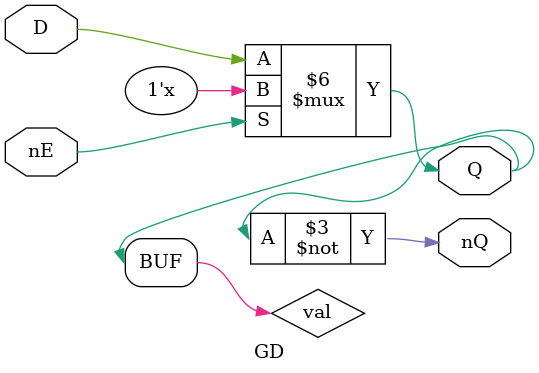
<source format=v>

module ula_not (  a, x);

	input wire a;
	output wire x;

	not (x, a);

endmodule // ula_not

module ula_nor (  a, b, x);

	input wire a;
	input wire b;
	output wire x;

	nor (x, a, b);

endmodule // ula_nor

module ula_nor3 (  b, a, c, x);

	input wire b;
	input wire a;
	input wire c;
	output wire x;

	nor (x, a, b, c);

endmodule // ula_nor3

module ula_nor4 (  a, b, c, d, x);

	input wire a;
	input wire b;
	input wire c;
	input wire d;
	output wire x;

	nor (x, a, b, c, d);

endmodule // ula_nor4

module ula_nor5 (  a, b, c, d, e, x);

	input wire a;
	input wire b;
	input wire c;
	input wire d;
	input wire e;
	output wire x;

	nor (x, a, b, c, d, e);

endmodule // ula_nor5

module ula_nor7 (  a, b, c, d, e, f, g, x);

	input wire a;
	input wire b;
	input wire c;
	input wire d;
	input wire e;
	input wire f;
	input wire g;
	output wire x;

	nor (x, a, b, c, d, e, f, g);

endmodule // ula_nor7

module ula_nor6 (  a, b, c, d, e, f, x);

	input wire a;
	input wire b;
	input wire c;
	input wire d;
	input wire e;
	input wire f;
	output wire x;

	nor (x, a, b, c, d, e, f);

endmodule // ula_nor6

module ula_pad_we_output (  pad, to_pad);

	output wire pad;
	input wire to_pad;

	assign pad = to_pad == 1'b0 ? to_pad : 1'bz;

endmodule // ula_pad_we_output

module ula_pad_rd_input (  pad, from_pad);

	input wire pad;
	output wire from_pad;

	assign from_pad = pad;

endmodule // ula_pad_rd_input

module ula_pad_wr_input (  pad, from_pad);

	input wire pad;
	output wire from_pad;

	assign from_pad = pad;

endmodule // ula_pad_wr_input

module ula_pad_cas_output (  pad, to_pad);

	output wire pad;
	input wire to_pad;

	assign pad = to_pad == 1'b0 ? to_pad : 1'bz;

endmodule // ula_pad_cas_output

module ula_pad_osc (  pad, from_pad);

	input wire pad;
	output wire from_pad;

	assign from_pad = pad;

endmodule // ula_pad_osc

module ula_pad_mreq_input (  pad, from_pad);

	input wire pad;
	output wire from_pad;

	assign from_pad = pad;

endmodule // ula_pad_mreq_input

module ula_pad_addr_input (  pad, from_pad);

	input wire pad;
	output wire from_pad;

	assign from_pad = pad;

endmodule // ula_pad_addr_input

module ula_pad_ras_output (  pad, n_oe, to_pad);

	output wire pad;
	input wire n_oe;
	input wire to_pad;

	assign pad = n_oe == 1'b0 ? to_pad : 1'bz;

endmodule // ula_pad_ras_output

module ula_pad_romcs_output (  pad, to_pad);

	output wire pad;
	input wire to_pad;

	assign pad = to_pad == 1'b0 ? to_pad : 1'bz;

endmodule // ula_pad_romcs_output

module ula_pad_ioreq_input (  pad, from_pad);

	input wire pad;
	output wire from_pad;

	assign from_pad = pad;

endmodule // ula_pad_ioreq_input

module ula_pad_phi_output (  pad, to_pad);

	output wire pad;
	input wire to_pad;

	// Inverting open-collector
	wire temp;
	assign temp = ~to_pad;
	assign pad = temp == 1'b0 ? temp : 1'bz;

endmodule // ula_pad_phi_output

module ula_pad_data_bidir (  pad, to_pad, from_pad);

	inout wire pad;
	input wire to_pad;
	output wire from_pad;

	assign pad = to_pad == 1'b0 ? to_pad : 1'bz;
	assign from_pad = pad;

endmodule // ula_pad_data_bidir

module ula_pad_data_input (  from_pad, pad);

	output wire from_pad;
	input wire pad;

	assign from_pad = pad;

endmodule // ula_pad_data_input

module ula_SoundDAC (  pad, from_pad, to_pad1, to_pad2);

	inout wire pad;
	output wire from_pad;
	input wire to_pad1;
	input wire to_pad2;

	assign from_pad = 1'b0;

endmodule // ula_SoundDAC

module ula_pad_kb_input (  pad, from_pad);

	input wire pad;
	output wire from_pad;

	assign from_pad = pad;

endmodule // ula_pad_kb_input

module ula_pad_kb_bidir (  pad, from_pad, to_pad);

	inout wire pad;
	output wire from_pad;
	input wire to_pad;

	assign from_pad = pad;
	assign pad = to_pad == 1'b0 ? 1'b0 : 1'bz;

endmodule // ula_pad_kb_bidir

module ula_VideoDAC (  u, v, ny, i14, i13, i12, i11, i10, i9, i8, i7, i6, i5, i4, i3, i2, i1, i0);

	output wire u;
	output wire v;
	output wire ny;
	input wire i14;
	input wire i13;
	input wire i12;
	input wire i11;
	input wire i10;
	input wire i9;
	input wire i8;
	input wire i7;
	input wire i6;
	input wire i5;
	input wire i4;
	input wire i3;
	input wire i2;
	input wire i1;
	input wire i0;

	assign u = 1'b0;
	assign v = 1'b0;
	assign ny = 1'b0;

endmodule // ula_VideoDAC

module ula_pad_addr_bidir (  pad, n_oe, from_pad, to_pad);

	inout wire pad;
	input wire n_oe;
	output wire from_pad;
	input wire to_pad;

	assign pad = n_oe == 1'b0 ? to_pad : 1'bz;
	assign from_pad = pad;

endmodule // ula_pad_addr_bidir

module ula_pad_addr_output (  pad, n_oe, to_pad);

	output wire pad;
	input wire n_oe;
	input wire to_pad;

	assign pad = n_oe == 1'b0 ? to_pad : 1'bz;

endmodule // ula_pad_addr_output

module ula_pad_int_output (  pad, to_pad);

	output wire pad;
	input wire to_pad;

	assign pad = to_pad == 1'b0 ? to_pad : 1'bz;

endmodule // ula_pad_int_output

module GD (input wire D, input wire nE, output wire Q, output wire nQ);
	reg val;
	initial val = 1'b0;

	always @(*) begin
		if (~nE)
			val = D;
	end

	assign Q = val;
	assign nQ = ~Q;
endmodule // GD
</source>
